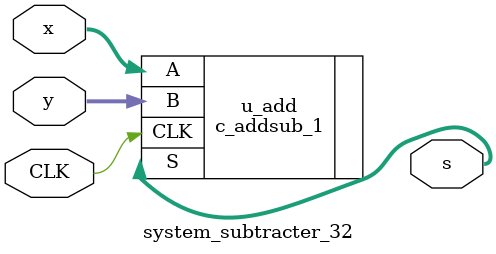
<source format=v>
module system_subtracter_32(input CLK,
                            input[31:0] x,
                            input[31:0] y,
                            output[31:0] s);

    c_addsub_1 u_add(
        .A(x),
        .B(y),
        .CLK(CLK),
        .S(s)
    );

endmodule
</source>
